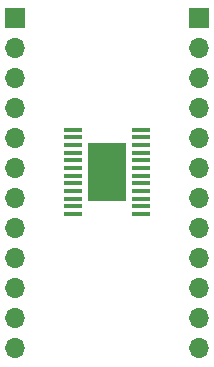
<source format=gbr>
%TF.GenerationSoftware,KiCad,Pcbnew,(5.99.0-10369-gb59bf064b4)*%
%TF.CreationDate,2021-07-26T17:07:50+02:00*%
%TF.ProjectId,htssop24,68747373-6f70-4323-942e-6b696361645f,rev?*%
%TF.SameCoordinates,Original*%
%TF.FileFunction,Soldermask,Top*%
%TF.FilePolarity,Negative*%
%FSLAX46Y46*%
G04 Gerber Fmt 4.6, Leading zero omitted, Abs format (unit mm)*
G04 Created by KiCad (PCBNEW (5.99.0-10369-gb59bf064b4)) date 2021-07-26 17:07:50*
%MOMM*%
%LPD*%
G01*
G04 APERTURE LIST*
G04 Aperture macros list*
%AMRoundRect*
0 Rectangle with rounded corners*
0 $1 Rounding radius*
0 $2 $3 $4 $5 $6 $7 $8 $9 X,Y pos of 4 corners*
0 Add a 4 corners polygon primitive as box body*
4,1,4,$2,$3,$4,$5,$6,$7,$8,$9,$2,$3,0*
0 Add four circle primitives for the rounded corners*
1,1,$1+$1,$2,$3*
1,1,$1+$1,$4,$5*
1,1,$1+$1,$6,$7*
1,1,$1+$1,$8,$9*
0 Add four rect primitives between the rounded corners*
20,1,$1+$1,$2,$3,$4,$5,0*
20,1,$1+$1,$4,$5,$6,$7,0*
20,1,$1+$1,$6,$7,$8,$9,0*
20,1,$1+$1,$8,$9,$2,$3,0*%
G04 Aperture macros list end*
%ADD10O,1.700000X1.700000*%
%ADD11R,1.700000X1.700000*%
%ADD12RoundRect,0.100000X-0.675000X-0.100000X0.675000X-0.100000X0.675000X0.100000X-0.675000X0.100000X0*%
%ADD13R,3.200000X5.000000*%
G04 APERTURE END LIST*
D10*
%TO.C,J1*%
X13900000Y-41840000D03*
X13900000Y-39300000D03*
X13900000Y-36760000D03*
X13900000Y-34220000D03*
X13900000Y-31680000D03*
X13900000Y-29140000D03*
X13900000Y-26600000D03*
X13900000Y-24060000D03*
X13900000Y-21520000D03*
X13900000Y-18980000D03*
X13900000Y-16440000D03*
D11*
X13900000Y-13900000D03*
%TD*%
D12*
%TO.C,J1*%
X18825000Y-23325000D03*
X18825000Y-23975000D03*
X18825000Y-24625000D03*
X18825000Y-25275000D03*
X18825000Y-25925000D03*
X18825000Y-26575000D03*
X18825000Y-27225000D03*
X18825000Y-27875000D03*
X18825000Y-28525000D03*
X18825000Y-29175000D03*
X18825000Y-29825000D03*
X18825000Y-30475000D03*
X24575000Y-30475000D03*
X24575000Y-29825000D03*
X24575000Y-29175000D03*
X24575000Y-28525000D03*
X24575000Y-27875000D03*
X24575000Y-27225000D03*
X24575000Y-26575000D03*
X24575000Y-25925000D03*
X24575000Y-25275000D03*
X24575000Y-24625000D03*
X24575000Y-23975000D03*
X24575000Y-23325000D03*
D13*
X21700000Y-26900000D03*
%TD*%
D11*
%TO.C,J3*%
X29500000Y-13900000D03*
D10*
X29500000Y-16440000D03*
X29500000Y-18980000D03*
X29500000Y-21520000D03*
X29500000Y-24060000D03*
X29500000Y-26600000D03*
X29500000Y-29140000D03*
X29500000Y-31680000D03*
X29500000Y-34220000D03*
X29500000Y-36760000D03*
X29500000Y-39300000D03*
X29500000Y-41840000D03*
%TD*%
M02*

</source>
